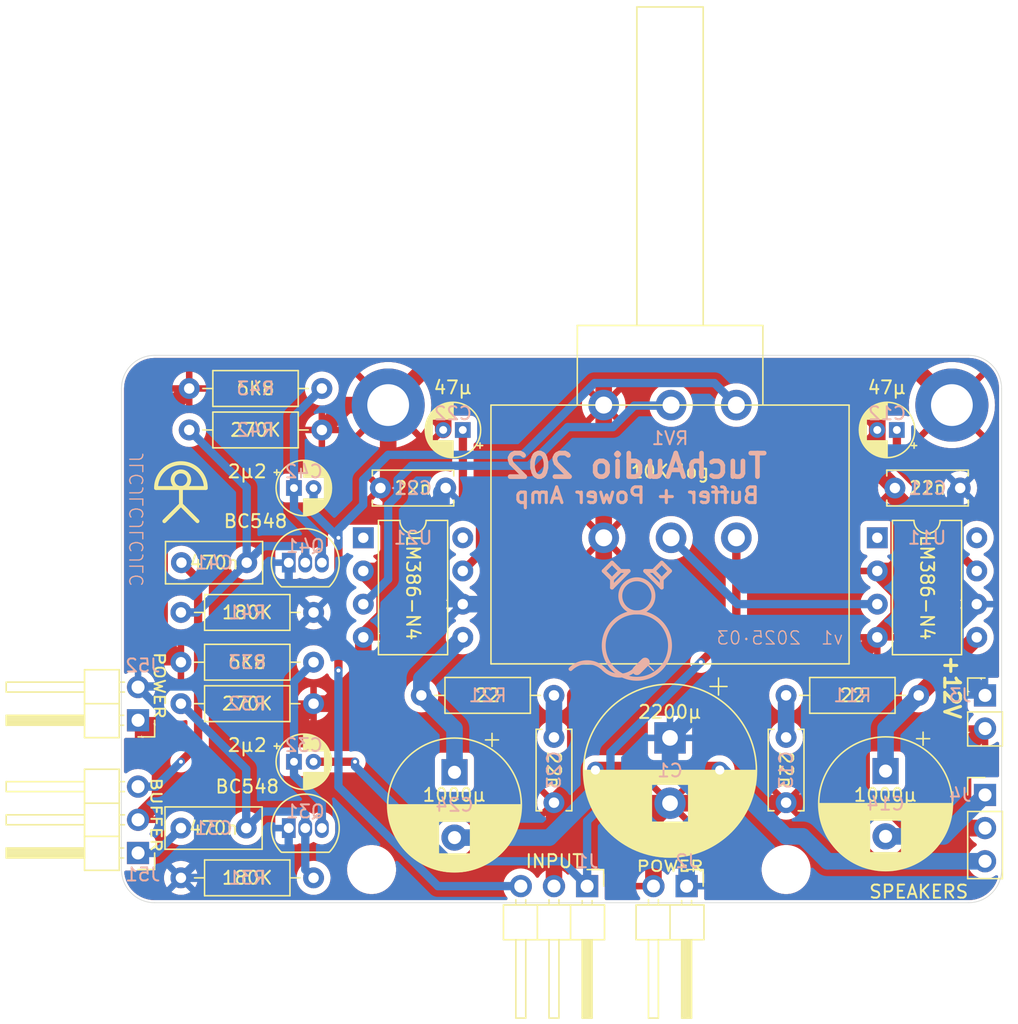
<source format=kicad_pcb>
(kicad_pcb (version 20240108) (generator "pcbnew") (generator_version "8.0")
  (layers (0 "F.Cu" signal) (31 "B.Cu" signal) (34 "B.Paste" user) (35 "F.Paste" user) (36 "B.SilkS" user "B.Silkscreen") (37 "F.SilkS" user "F.Silkscreen") (38 "B.Mask" user) (39 "F.Mask" user) (44 "Edge.Cuts" user))
  (net 0 "")
  (net 1 "+12V")
  (net 2 "GND")
  (net 3 "/BY")
  (net 4 "/ZN")
  (net 5 "/OUT")
  (net 6 "/LS")
  (net 7 "/BY'")
  (net 8 "/ZN'")
  (net 9 "/OUT'")
  (net 10 "/LS'")
  (net 11 "/IN")
  (net 12 "/BIAS")
  (net 13 "/B_E")
  (net 14 "/PRE'")
  (net 15 "/BIAS'")
  (net 16 "/IN'")
  (net 17 "/PRE")
  (net 18 "/B_E'")
  (net 19 "/VOL'")
  (net 20 "/VOL")
  (footprint "Capacitor_THT:C_Rect_L7.2mm_W3.0mm_P5.00mm_FKS2_FKP2_MKS2_MKP2" (layer "F.Cu") (at 32.385 61.595)
    (property "Reference" "C31")
    (property "Value" "470n")
  )
  (footprint "Capacitor_THT:C_Disc_D6.0mm_W2.5mm_P5.00mm" (layer "F.Cu") (at 78.74 54.65 -90)
    (property "Reference" "C13")
    (property "Value" "22n")
  )
  (footprint "Connector_PinHeader_2.54mm:PinHeader_1x02_P2.54mm_Horizontal" (layer "F.Cu") (at 29.101051 53.34 180)
    (property "Reference" "J52")
    (property "Value" "POWER")
  )
  (footprint "Capacitor_THT:CP_Radial_D4.0mm_P1.50mm" (layer "F.Cu") (at 87.225 31.115 180)
    (property "Reference" "C12")
    (property "Value" "47µ")
  )
  (footprint "Capacitor_THT:C_Rect_L7.2mm_W3.0mm_P5.00mm_FKS2_FKP2_MKS2_MKP2" (layer "F.Cu") (at 32.425 41.275)
    (property "Reference" "C41")
    (property "Value" "470n")
  )
  (footprint "Capacitor_THT:CP_Radial_D4.0mm_P1.50mm" (layer "F.Cu") (at 41.045 35.56)
    (property "Reference" "C42")
    (property "Value" "2µ2")
  )
  (footprint "MountingHole:MountingHole_3.2mm_M3" (layer "F.Cu") (at 78.74 64.77)
    (property "Reference" "H4" (hide yes))
    (property "Value" "MountingHole" (hide yes))
  )
  (footprint "Connector_PinHeader_2.54mm:PinHeader_1x03_P2.54mm_Horizontal" (layer "F.Cu") (at 29.101051 63.5 180)
    (property "Reference" "J51")
    (property "Value" "BUFFER")
  )
  (footprint "Connector_PinHeader_2.54mm:PinHeader_1x02_P2.54mm_Horizontal" (layer "F.Cu") (at 71.12 66.04 -90)
    (property "Reference" "J2")
    (property "Value" "POWER")
  )
  (footprint "Connector_PinHeader_2.54mm:PinHeader_1x03_P2.54mm_Vertical" (layer "F.Cu") (at 93.98 59.055)
    (property "Reference" "J4")
    (property "Value" "SPEAKERS")
  )
  (footprint "Capacitor_THT:CP_Radial_D10.0mm_P5.00mm" (layer "F.Cu") (at 53.34 57.322323 -90)
    (property "Reference" "C24")
    (property "Value" "1000µ")
  )
  (footprint "Resistor_THT:R_Axial_DIN0207_L6.3mm_D2.5mm_P10.16mm_Horizontal" (layer "F.Cu") (at 88.9 51.435 180)
    (property "Reference" "R11")
    (property "Value" "22")
  )
  (footprint "Resistor_THT:R_Axial_DIN0207_L6.3mm_D2.5mm_P10.16mm_Horizontal" (layer "F.Cu") (at 32.385 52.07)
    (property "Reference" "R32")
    (property "Value" "270K")
  )
  (footprint "Capacitor_THT:CP_Radial_D10.0mm_P5.00mm" (layer "F.Cu") (at 86.36 57.23 -90)
    (property "Reference" "C14")
    (property "Value" "1000µ")
  )
  (footprint "Resistor_THT:R_Axial_DIN0207_L6.3mm_D2.5mm_P10.16mm_Horizontal" (layer "F.Cu") (at 43.18 27.94 180)
    (property "Reference" "R43")
    (property "Value" "6K8")
  )
  (footprint "Capacitor_THT:CP_Radial_D13.0mm_P5.00mm" (layer "F.Cu") (at 69.85 54.69 -90)
    (property "Reference" "C1")
    (property "Value" "2200µ")
  )
  (footprint "durango:Potentiometer_Alps_225G_Dual_Horizontal" (layer "F.Cu") (at 74.93 34.29 90)
    (property "Reference" "RV1")
    (property "Value" "10K log")
  )
  (footprint "Capacitor_THT:CP_Radial_D4.0mm_P1.50mm" (layer "F.Cu") (at 41.045 56.515)
    (property "Reference" "C32")
    (property "Value" "2µ2")
  )
  (footprint "Capacitor_THT:CP_Radial_D4.0mm_P1.50mm" (layer "F.Cu") (at 53.975 31.115 180)
    (property "Reference" "C22")
    (property "Value" "47µ")
  )
  (footprint "Resistor_THT:R_Axial_DIN0207_L6.3mm_D2.5mm_P10.16mm_Horizontal" (layer "F.Cu") (at 32.385 65.405)
    (property "Reference" "R31")
    (property "Value" "180K")
  )
  (footprint "Package_TO_SOT_THT:TO-92_Inline" (layer "F.Cu") (at 40.64 41.275)
    (property "Reference" "Q41")
    (property "Value" "BC548")
  )
  (footprint "Resistor_THT:R_Axial_DIN0207_L6.3mm_D2.5mm_P10.16mm_Horizontal" (layer "F.Cu") (at 50.8 51.435)
    (property "Reference" "R21")
    (property "Value" "22")
  )
  (footprint "MountingHole:MountingHole_3.2mm_M3" (layer "F.Cu") (at 46.99 64.77)
    (property "Reference" "H3" (hide yes))
    (property "Value" "MountingHole" (hide yes))
  )
  (footprint "Capacitor_THT:C_Disc_D6.0mm_W2.5mm_P5.00mm" (layer "F.Cu") (at 60.96 54.65 -90)
    (property "Reference" "C23")
    (property "Value" "22n")
  )
  (footprint "Capacitor_THT:C_Disc_D6.0mm_W2.5mm_P5.00mm" (layer "F.Cu") (at 47.665 35.56)
    (property "Reference" "C21")
    (property "Value" "22n")
  )
  (footprint "Resistor_THT:R_Axial_DIN0207_L6.3mm_D2.5mm_P10.16mm_Horizontal" (layer "F.Cu") (at 33.02 31.115)
    (property "Reference" "R42")
    (property "Value" "270K")
  )
  (footprint "Package_TO_SOT_THT:TO-92_Inline" (layer "F.Cu") (at 40.64 61.595)
    (property "Reference" "Q31")
    (property "Value" "BC548")
  )
  (footprint "Package_DIP:DIP-8_W7.62mm" (layer "F.Cu") (at 46.355 39.37)
    (property "Reference" "U21")
    (property "Value" "LM386-N4")
  )
  (footprint "Resistor_THT:R_Axial_DIN0207_L6.3mm_D2.5mm_P10.16mm_Horizontal" (layer "F.Cu") (at 42.545 48.895 180)
    (property "Reference" "R33")
    (property "Value" "6K8")
  )
  (footprint "MountingHole:MountingHole_3.2mm_M3_DIN965_Pad" (layer "F.Cu") (at 91.44 29.21)
    (property "Reference" "H2" (hide yes))
    (property "Value" "MountingHole_Pad" (hide yes))
  )
  (footprint "Capacitor_THT:C_Disc_D6.0mm_W2.5mm_P5.00mm" (layer "F.Cu") (at 87.075 35.56)
    (property "Reference" "C11")
    (property "Value" "22n")
  )
  (footprint "MountingHole:MountingHole_3.2mm_M3_DIN965_Pad" (layer "F.Cu") (at 48.26 29.21)
    (property "Reference" "H1" (hide yes))
    (property "Value" "MountingHole_Pad" (hide yes))
  )
  (footprint "Connector_PinHeader_2.54mm:PinHeader_1x02_P2.54mm_Vertical" (layer "F.Cu") (at 93.98 51.435)
    (property "Reference" "J3")
    (property "Value" "+12V")
  )
  (footprint "Package_DIP:DIP-8_W7.62mm" (layer "F.Cu") (at 85.725 39.37)
    (property "Reference" "U11")
    (property "Value" "LM386-N4")
  )
  (footprint "Resistor_THT:R_Axial_DIN0207_L6.3mm_D2.5mm_P10.16mm_Horizontal" (layer "F.Cu") (at 42.545 45.085 180)
    (property "Reference" "R41")
    (property "Value" "180K")
  )
  (footprint "Connector_PinHeader_2.54mm:PinHeader_1x03_P2.54mm_Horizontal" (layer "F.Cu") (at 63.5 66.04 -90)
    (property "Reference" "J1")
    (property "Value" "INPUT")
  )
  (gr_arc (start 67.256746 49.365356) (mid 66.025276 49.924607) (end 64.77 49.421051) (stroke (width 0.3)) (layer "B.SilkS"))
  (gr_line (start 65.405 43.18) (end 66.675 41.91) (stroke (width 0.3)) (layer "B.SilkS"))
  (gr_line (start 69.215 42.545) (end 69.85 41.91) (stroke (width 0.3)) (layer "B.SilkS"))
  (gr_line (start 67.945 41.91) (end 68.58 42.545) (stroke (width 0.3)) (layer "B.SilkS"))
  (gr_line (start 67.945 48.895) (end 68.58 49.53) (stroke (width 0.1)) (layer "B.SilkS"))
  (gr_circle (center 67.31 47.625) (end 69.85 47.625) (stroke (width 0.3)) (fill none) (layer "B.SilkS"))
  (gr_line (start 64.77 41.91) (end 65.405 41.275) (stroke (width 0.3)) (layer "B.SilkS"))
  (gr_line (start 65.405 41.275) (end 66.04 41.91) (stroke (width 0.3)) (layer "B.SilkS"))
  (gr_line (start 68.58 41.91) (end 69.215 42.545) (stroke (width 0.3)) (layer "B.SilkS"))
  (gr_line (start 65.405 42.545) (end 65.405 43.18) (stroke (width 0.3)) (layer "B.SilkS"))
  (gr_circle (center 67.31 43.815) (end 68.58 43.815) (stroke (width 0.3)) (fill none) (layer "B.SilkS"))
  (gr_line (start 69.215 41.275) (end 68.58 41.91) (stroke (width 0.3)) (layer "B.SilkS"))
  (gr_line (start 65.405 42.545) (end 64.77 41.91) (stroke (width 0.3)) (layer "B.SilkS"))
  (gr_line (start 69.215 43.18) (end 69.215 42.545) (stroke (width 0.3)) (layer "B.SilkS"))
  (gr_line (start 67.31 49.53) (end 67.945 48.895) (stroke (width 0.7) (type dash_dot_dot)) (layer "B.SilkS"))
  (gr_line (start 66.04 41.91) (end 65.405 42.545) (stroke (width 0.3)) (layer "B.SilkS"))
  (gr_line (start 69.85 41.91) (end 69.215 41.275) (stroke (width 0.3)) (layer "B.SilkS"))
  (gr_line (start 66.675 41.91) (end 66.04 41.91) (stroke (width 0.3)) (layer "B.SilkS"))
  (gr_line (start 68.58 41.91) (end 67.945 41.91) (stroke (width 0.3)) (layer "B.SilkS"))
  (gr_line (start 68.58 42.545) (end 69.215 43.18) (stroke (width 0.3)) (layer "B.SilkS"))
  (gr_arc (start 62.23 49.421051) (mid 63.5 48.895) (end 64.77 49.421051) (stroke (width 0.3)) (layer "B.SilkS"))
  (gr_arc (start 30.48 35.56) (mid 32.385 33.655) (end 34.29 35.56) (stroke (width 0.3)) (layer "F.SilkS"))
  (gr_line (start 30.48 35.56) (end 34.29 35.56) (stroke (width 0.3)) (layer "F.SilkS"))
  (gr_line (start 32.385 35.56) (end 32.385 36.83) (stroke (width 0.3)) (layer "F.SilkS"))
  (gr_line (start 32.385 36.83) (end 31.115 38.1) (stroke (width 0.3)) (layer "F.SilkS"))
  (gr_circle (center 32.385 34.925) (end 33.02 34.925) (stroke (width 0.3)) (fill none) (layer "F.SilkS"))
  (gr_line (start 32.385 36.83) (end 33.655 38.1) (stroke (width 0.3)) (layer "F.SilkS"))
  (gr_line (start 27.831051 64.77) (end 27.831051 27.94) (stroke (width 0.05)) (layer "Edge.Cuts"))
  (gr_arc (start 30.371051 67.31) (mid 28.575 66.566051) (end 27.831051 64.77) (stroke (width 0.05)) (layer "Edge.Cuts"))
  (gr_arc (start 95.25 64.77) (mid 94.506051 66.566051) (end 92.71 67.31) (stroke (width 0.05)) (layer "Edge.Cuts"))
  (gr_arc (start 27.831051 27.94) (mid 28.575 26.143949) (end 30.371051 25.4) (stroke (width 0.05)) (layer "Edge.Cuts"))
  (gr_line (start 92.71 67.31) (end 30.371051 67.31) (stroke (width 0.05)) (layer "Edge.Cuts"))
  (gr_arc (start 92.71 25.4) (mid 94.506051 26.143949) (end 95.25 27.94) (stroke (width 0.05)) (layer "Edge.Cuts"))
  (gr_line (start 95.25 27.94) (end 95.25 64.77) (stroke (width 0.05)) (layer "Edge.Cuts"))
  (gr_line (start 30.371051 25.4) (end 92.71 25.4) (stroke (width 0.05)) (layer "Edge.Cuts"))
  (gr_text "v1  2025·03" (at 83.185 47.625 0) (layer "B.SilkS") (effects (font (size 1 1) (thickness 0.1)) (justify left bottom mirror)))
  (gr_text "Buffer + Power Amp" (at 67.31 36.83 0) (layer "B.SilkS") (effects (font (size 1.2 1.2) (thickness 0.24) (bold yes)) (justify bottom mirror)))
  (gr_text "TuchAudio 202" (at 77.47 34.925 0) (layer "B.SilkS") (effects (font (size 1.8 1.8) (thickness 0.36) (bold yes)) (justify left bottom mirror)))
  (gr_text "JLCJLCJLCJLC" (at 29.591 32.766 90) (layer "B.SilkS") (effects (font (size 1 1) (thickness 0.1)) (justify left bottom mirror)))
  (segment (start 29.101051 50.8) (end 33.7025 55.401449) (width 0.635) (layer "B.Cu") (net 1))
  (segment (start 75.375 49.165) (end 70.66 44.45) (width 1.27) (layer "B.Cu") (net 1))
  (segment (start 29.148551 50.7525) (end 36.8775 50.7525) (width 0.635) (layer "B.Cu") (net 1))
  (segment (start 91.71 35.925) (end 92.075 35.56) (width 1.27) (layer "B.Cu") (net 1))
  (segment (start 33.7025 64.0875) (end 32.385 65.405) (width 0.635) (layer "B.Cu") (net 1))
  (segment (start 52.34 35.885) (end 52.665 35.56) (width 1.27) (layer "B.Cu") (net 1))
  (segment (start 71.12 61.725) (end 71.885 60.96) (width 1.27) (layer "B.Cu") (net 1))
  (segment (start 42.545 45.085) (end 45.7675 48.3075) (width 0.635) (layer "B.Cu") (net 1))
  (segment (start 91.71 42.815) (end 91.71 35.925) (width 1.27) (layer "B.Cu") (net 1))
  (segment (start 42.545 45.085) (end 40.64 43.18) (width 0.635) (layer "B.Cu") (net 1))
  (segment (start 69.85 54.69) (end 69.85 56.812075) (width 1.27) (layer "B.Cu") (net 1))
  (segment (start 69.85 56.812075) (end 71.885 58.847075) (width 1.27) (layer "B.Cu") (net 1))
  (segment (start 52.34 42.815) (end 52.34 35.885) (width 1.27) (layer "B.Cu") (net 1))
  (segment (start 70.66 44.45) (end 53.975 44.45) (width 1.27) (layer "B.Cu") (net 1))
  (segment (start 75.375 49.165) (end 69.85 54.69) (width 1.27) (layer "B.Cu") (net 1))
  (segment (start 71.885 58.847075) (end 71.885 60.96) (width 1.27) (layer "B.Cu") (net 1))
  (segment (start 71.12 66.04) (end 71.12 61.725) (width 1.27) (layer "B.Cu") (net 1))
  (segment (start 93.98 51.435) (end 91.71 49.165) (width 1.27) (layer "B.Cu") (net 1))
  (segment (start 91.71 46.085) (end 93.345 44.45) (width 1.27) (layer "B.Cu") (net 1))
  (segment (start 91.71 49.165) (end 75.375 49.165) (width 1.27) (layer "B.Cu") (net 1))
  (segment (start 91.71 49.165) (end 91.71 46.085) (width 1.27) (layer "B.Cu") (net 1))
  (segment (start 93.345 44.45) (end 91.71 42.815) (width 1.27) (layer "B.Cu") (net 1))
  (segment (start 36.8775 50.7525) (end 42.545 45.085) (width 0.635) (layer "B.Cu") (net 1))
  (segment (start 45.7675 48.3075) (end 50.1175 48.3075) (width 0.635) (layer "B.Cu") (net 1))
  (segment (start 40.64 43.18) (end 40.64 41.275) (width 0.635) (layer "B.Cu") (net 1))
  (segment (start 40.64 61.595) (end 40.64 63.5) (width 0.635) (layer "B.Cu") (net 1))
  (segment (start 53.975 44.45) (end 52.34 42.815) (width 1.27) (layer "B.Cu") (net 1))
  (segment (start 40.64 63.5) (end 38.735 65.405) (width 0.635) (layer "B.Cu") (net 1))
  (segment (start 33.7025 55.401449) (end 33.7025 64.0875) (width 0.635) (layer "B.Cu") (net 1))
  (segment (start 50.1175 48.3075) (end 53.975 44.45) (width 0.635) (layer "B.Cu") (net 1))
  (segment (start 38.735 65.405) (end 32.385 65.405) (width 0.635) (layer "B.Cu") (net 1))
  (segment (start 29.101051 50.8) (end 29.148551 50.7525) (width 0.635) (layer "B.Cu") (net 1))
  (segment (start 43.67637 52.07) (end 42.545 52.07) (width 1.27) (layer "F.Cu") (net 2))
  (segment (start 69.85 59.69) (end 78.7 59.69) (width 1.27) (layer "F.Cu") (net 2))
  (segment (start 93.98 61.595) (end 92.777919 61.595) (width 1.27) (layer "F.Cu") (net 2))
  (segment (start 47.99 45.355) (end 46.355 46.99) (width 1.27) (layer "F.Cu") (net 2))
  (segment (start 85.725 46.99) (end 84.525 48.19) (width 1.27) (layer "F.Cu") (net 2))
  (segment (start 61 59.69) (end 60.96 59.65) (width 1.27) (layer "F.Cu") (net 2))
  (segment (start 92.295 55.66) (end 93.98 53.975) (width 1.27) (layer "F.Cu") (net 2))
  (segment (start 46.355 49.39137) (end 43.67637 52.07) (width 1.27) (layer "F.Cu") (net 2))
  (segment (start 52.07 26.535) (end 64.77 26.535) (width 1.27) (layer "F.Cu") (net 2))
  (segment (start 68.58 66.04) (end 68.58 60.96) (width 1.27) (layer "F.Cu") (net 2))
  (segment (start 46.355 41.91) (end 47.99 43.545) (width 1.27) (layer "F.Cu") (net 2))
  (segment (start 87.36 36.56) (end 87.36 41.40637) (width 1.27) (layer "F.Cu") (net 2))
  (segment (start 47.99 43.545) (end 47.99 45.355) (width 1.27) (layer "F.Cu") (net 2))
  (segment (start 30.75 38.1) (end 30.75 30.21) (width 1.27) (layer "F.Cu") (net 2))
  (segment (start 48.464999 38.1) (end 48.464999 40.931371) (width 1.27) (layer "F.Cu") (net 2))
  (segment (start 62.595 51.435) (end 64.77 49.26) (width 1.27) (layer "F.Cu") (net 2))
  (segment (start 87.36 41.40637) (end 86.85637 41.91) (width 1.27) (layer "F.Cu") (net 2))
  (segment (start 87.36 45.355) (end 85.725 46.99) (width 1.27) (layer "F.Cu") (net 2))
  (segment (start 46.355 46.99) (end 46.355 49.39137) (width 1.27) (layer "F.Cu") (net 2))
  (segment (start 85.725 34.21) (end 87.075 35.56) (width 1.27) (layer "F.Cu") (net 2))
  (segment (start 85.725 41.91) (end 87.36 43.545) (width 1.27) (layer "F.Cu") (net 2))
  (segment (start 64.77 26.535) (end 85.09 26.535) (width 1.27) (layer "F.Cu") (net 2))
  (segment (start 35.34 59.275) (end 30.786051 59.275) (width 1.27) (layer "F.Cu") (net 2))
  (segment (start 85.725 26.535) (end 88.765 26.535) (width 1.27) (layer "F.Cu") (net 2))
  (segment (start 47.48637 41.91) (end 46.355 41.91) (width 1.27) (layer "F.Cu") (net 2))
  (segment (start 60.96 59.65) (end 60.96 66.04) (width 1.27) (layer "F.Cu") (net 2))
  (segment (start 86.375082 59.65) (end 88.320082 61.595) (width 1.27) (layer "F.Cu") (net 2))
  (segment (start 45.085 29.21) (end 43.18 31.115) (width 1.27) (layer "F.Cu") (net 2))
  (segment (start 48.464999 36.359999) (end 48.464999 38.1) (width 1.27) (layer "F.Cu") (net 2))
  (segment (start 47.665 35.56) (end 48.464999 36.359999) (width 1.27) (layer "F.Cu") (net 2))
  (segment (start 29.101051 53.34) (end 30.786051 55.025) (width 1.27) (layer "F.Cu") (net 2))
  (segment (start 88.765 26.535) (end 91.44 29.21) (width 1.27) (layer "F.Cu") (net 2))
  (segment (start 84.525 48.19) (end 84.525 59.085) (width 1.27) (layer "F.Cu") (net 2))
  (segment (start 50.935 26.535) (end 52.07 26.535) (width 1.27) (layer "F.Cu") (net 2))
  (segment (start 92.295 61.112081) (end 92.295 55.66) (width 1.27) (layer "F.Cu") (net 2))
  (segment (start 52.475 31.115) (end 52.475 26.94) (width 1.27) (layer "F.Cu") (net 2))
  (segment (start 32.385 48.895) (end 30.75 47.26) (width 1.27) (layer "F.Cu") (net 2))
  (segment (start 30.786051 55.025) (end 30.786051 59.275) (width 1.27) (layer "F.Cu") (net 2))
  (segment (start 92.777919 61.595) (end 92.295 61.112081) (width 1.27) (layer "F.Cu") (net 2))
  (segment (start 48.26 29.21) (end 48.26 34.965) (width 1.27) (layer "F.Cu") (net 2))
  (segment (start 52.475 26.94) (end 52.07 26.535) (width 1.27) (layer "F.Cu") (net 2))
  (segment (start 64.77 26.535) (end 64.77 39.37) (width 1.27) (layer "F.Cu") (net 2))
  (segment (start 48.26 29.21) (end 50.935 26.535) (width 1.27) (layer "F.Cu") (net 2))
  (segment (start 64.77 59.69) (end 61 59.69) (width 1.27) (layer "F.Cu") (net 2))
  (segment (start 30.786051 59.275) (end 29.101051 60.96) (width 1.27) (layer "F.Cu") (net 2))
  (segment (start 88.320082 61.595) (end 93.98 61.595) (width 1.27) (layer "F.Cu") (net 2))
  (segment (start 31.115 37.735) (end 30.75 38.1) (width 1.27) (layer "F.Cu") (net 2))
  (segment (start 60.96 59.65) (end 62.595 58.015) (width 1.27) (layer "F.Cu") (net 2))
  (segment (start 30.75 47.26) (end 30.75 38.1) (width 1.27) (layer "F.Cu") (net 2))
  (segment (start 48.464999 38.1) (end 48.099999 37.735) (width 1.27) (layer "F.Cu") (net 2))
  (segment (start 48.464999 40.931371) (end 47.48637 41.91) (width 1.27) (layer "F.Cu") (net 2))
  (segment (start 62.595 58.015) (end 62.595 51.435) (width 1.27) (layer "F.Cu") (net 2))
  (segment (start 48.26 29.21) (end 45.085 29.21) (width 1.27) (layer "F.Cu") (net 2))
  (segment (start 87.36 43.545) (end 87.36 45.355) (width 1.27) (layer "F.Cu") (net 2))
  (segment (start 64.77 49.26) (end 64.77 39.37) (width 1.27) (layer "F.Cu") (net 2))
  (segment (start 30.75 30.21) (end 33.02 27.94) (width 1.27) (layer "F.Cu") (net 2))
  (segment (start 85.09 59.65) (end 86.375082 59.65) (width 1.27) (layer "F.Cu") (net 2))
  (segment (start 48.099999 37.735) (end 31.115 37.735) (width 1.27) (layer "F.Cu") (net 2))
  (segment (start 69.85 59.69) (end 64.77 59.69) (width 1.27) (layer "F.Cu") (net 2))
  (segment (start 85.09 26.535) (end 85.725 26.535) (width 1.27) (layer "F.Cu") (net 2))
  (segment (start 78.74 59.65) (end 85.09 59.65) (width 1.27) (layer "F.Cu") (net 2))
  (segment (start 85.725 31.115) (end 85.725 26.535) (width 1.27) (layer "F.Cu") (net 2))
  (segment (start 85.725 31.115) (end 85.725 34.21) (width 1.27) (layer "F.Cu") (net 2))
  (segment (start 48.26 34.965) (end 47.665 35.56) (width 1.27) (layer "F.Cu") (net 2))
  (segment (start 78.7 59.69) (end 78.74 59.65) (width 1.27) (layer "F.Cu") (net 2))
  (segment (start 87.075 35.56) (end 87.075 36.275) (width 1.27) (layer "F.Cu") (net 2))
  (segment (start 84.525 59.085) (end 85.09 59.65) (width 1.27) (layer "F.Cu") (net 2))
  (segment (start 87.075 36.275) (end 87.36 36.56) (width 1.27) (layer "F.Cu") (net 2))
  (segment (start 68.58 60.96) (end 69.85 59.69) (width 1.27) (layer "F.Cu") (net 2))
  (segment (start 42.545 52.07) (end 35.34 59.275) (width 1.27) (layer "F.Cu") (net 2))
  (segment (start 86.85637 41.91) (end 85.725 41.91) (width 1.27) (layer "F.Cu") (net 2))
  (segment (start 87.225 33.846773) (end 87.225 31.115) (width 0.635) (layer "F.Cu") (net 3))
  (segment (start 93.345 41.91) (end 89.535 38.1) (width 0.635) (layer "F.Cu") (net 3))
  (segment (start 89.535 36.156773) (end 87.225 33.846773) (width 0.635) (layer "F.Cu") (net 3))
  (segment (start 89.535 38.1) (end 89.535 36.156773) (width 0.635) (layer "F.Cu") (net 3))
  (segment (start 78.74 54.65) (end 78.74 51.435) (width 1.27) (layer "B.Cu") (net 4))
  (segment (start 88.9 51.435) (end 93.345 46.99) (width 1.27) (layer "F.Cu") (net 5))
  (segment (start 86.36 53.975) (end 88.9 51.435) (width 1.27) (layer "B.Cu") (net 5))
  (segment (start 86.36 57.23) (end 86.36 53.975) (width 1.27) (layer "B.Cu") (net 5))
  (segment (start 90.805 62.23) (end 86.36 62.23) (width 1.27) (layer "B.Cu") (net 6))
  (segment (start 93.98 59.055) (end 90.805 62.23) (width 1.27) (layer "B.Cu") (net 6))
  (segment (start 53.9825 36.8225) (end 53.9825 31.1225) (width 0.635) (layer "F.Cu") (net 7))
  (segment (start 53.9825 31.1225) (end 53.975 31.115) (width 0.635) (layer "F.Cu") (net 7))
  (segment (start 55.2925 38.1475) (end 53.975 36.83) (width 0.635) (layer "F.Cu") (net 7))
  (segment (start 53.975 41.91) (end 55.2925 40.5925) (width 0.635) (layer "F.Cu") (net 7))
  (segment (start 55.2925 40.5925) (end 55.2925 38.1475) (width 0.635) (layer "F.Cu") (net 7))
  (segment (start 53.975 36.83) (end 53.9825 36.8225) (width 0.635) (layer "F.Cu") (net 7))
  (segment (start 60.96 54.65) (end 60.96 51.435) (width 1.27) (layer "B.Cu") (net 8))
  (segment (start 50.8 50.165) (end 53.975 46.99) (width 1.27) (layer "B.Cu") (net 9))
  (segment (start 53.34 53.975) (end 50.8 51.435) (width 1.27) (layer "B.Cu") (net 9))
  (segment (start 50.8 51.435) (end 50.8 50.165) (width 1.27) (layer "B.Cu") (net 9))
  (segment (start 53.34 57.322323) (end 53.34 53.975) (width 1.27) (layer "B.Cu") (net 9))
  (segment (start 73.66 57.15) (end 64.135 57.15) (width 1.27) (layer "F.Cu") (net 10))
  (via (at 64.135 57.15) (size 1) (drill 0.7) (layers "F.Cu" "B.Cu") (net 10))
  (via (at 73.66 57.15) (size 1) (drill 0.7) (layers "F.Cu" "B.Cu") (net 10))
  (segment (start 53.34 62.322323) (end 60.599917 62.322323) (width 1.27) (layer "B.Cu") (net 10))
  (segment (start 80.01 62.23) (end 78.74 62.23) (width 1.27) (layer "B.Cu") (net 10))
  (segment (start 78.74 62.23) (end 73.66 57.15) (width 1.27) (layer "B.Cu") (net 10))
  (segment (start 64.135 58.78724) (end 64.135 57.15) (width 1.27) (layer "B.Cu") (net 10))
  (segment (start 93.98 64.135) (end 81.915 64.135) (width 1.27) (layer "B.Cu") (net 10))
  (segment (start 81.915 64.135) (end 80.01 62.23) (width 1.27) (layer "B.Cu") (net 10))
  (segment (start 60.599917 62.322323) (end 64.135 58.78724) (width 1.27) (layer "B.Cu") (net 10))
  (segment (start 30.48 63.5) (end 32.385 61.595) (width 0.635) (layer "B.Cu") (net 11))
  (segment (start 29.101051 63.5) (end 30.48 63.5) (width 0.635) (layer "B.Cu") (net 11))
  (segment (start 38.6525 60.3275) (end 37.385 61.595) (width 0.635) (layer "B.Cu") (net 12))
  (segment (start 41.91 61.595) (end 41.91 64.77) (width 0.635) (layer "B.Cu") (net 12))
  (segment (start 41.6825 60.3275) (end 38.6525 60.3275) (width 0.635) (layer "B.Cu") (net 12))
  (segment (start 41.91 64.77) (end 42.545 65.405) (width 0.635) (layer "B.Cu") (net 12))
  (segment (start 37.385 57.07) (end 37.385 61.595) (width 0.635) (layer "B.Cu") (net 12))
  (segment (start 32.385 52.07) (end 37.385 57.07) (width 0.635) (layer "B.Cu") (net 12))
  (segment (start 41.91 60.555) (end 41.6825 60.3275) (width 0.635) (layer "B.Cu") (net 12))
  (segment (start 41.91 61.595) (end 41.91 60.555) (width 0.635) (layer "B.Cu") (net 12))
  (segment (start 43.18 59.69) (end 43.18 61.595) (width 0.635) (layer "B.Cu") (net 13))
  (segment (start 41.045 56.515) (end 41.045 57.555) (width 0.635) (layer "B.Cu") (net 13))
  (segment (start 41.045 56.515) (end 41.045 50.395) (width 0.635) (layer "B.Cu") (net 13))
  (segment (start 41.045 57.555) (end 43.18 59.69) (width 0.635) (layer "B.Cu") (net 13))
  (segment (start 41.045 50.395) (end 42.545 48.895) (width 0.635) (layer "B.Cu") (net 13))
  (segment (start 44.45 49.53) (end 44.45 39.37) (width 0.635) (layer "F.Cu") (net 14))
  (via (at 44.45 49.53) (size 0.6) (drill 0.3) (layers "F.Cu" "B.Cu") (net 14))
  (via (at 44.45 39.37) (size 0.6) (drill 0.3) (layers "F.Cu" "B.Cu") (net 14))
  (segment (start 58.42 66.04) (end 52.07 66.04) (width 0.635) (layer "B.Cu") (net 14))
  (segment (start 46.355 34.925) (end 46.3475 34.9325) (width 0.635) (layer "B.Cu") (net 14))
  (segment (start 42.545 35.56) (end 42.545 37.465) (width 0.635) (layer "B.Cu") (net 14))
  (segment (start 64.071014 27.5225) (end 73.2425 27.5225) (width 0.635) (layer "B.Cu") (net 14))
  (segment (start 49.53 33.02) (end 58.573514 33.02) (width 0.635) (layer "B.Cu") (net 14))
  (segment (start 44.45 58.42) (end 44.45 49.53) (width 0.635) (layer "B.Cu") (net 14))
  (segment (start 46.3475 35.56) (end 46.3475 36.8375) (width 0.635) (layer "B.Cu") (net 14))
  (segment (start 46.3475 34.9325) (end 46.3475 35.56) (width 0.635) (layer "B.Cu") (net 14))
  (segment (start 58.573514 33.02) (end 64.071014 27.5225) (width 0.635) (layer "B.Cu") (net 14))
  (segment (start 52.07 66.04) (end 44.45 58.42) (width 0.635) (layer "B.Cu") (net 14))
  (segment (start 46.3475 36.8375) (end 44.45 38.735) (width 0.635) (layer "B.Cu") (net 14))
  (segment (start 73.2425 27.5225) (end 74.93 29.21) (width 0.635) (layer "B.Cu") (net 14))
  (segment (start 42.545 37.465) (end 44.45 39.37) (width 0.635) (layer "B.Cu") (net 14))
  (segment (start 48.26 33.02) (end 46.355 34.925) (width 0.635) (layer "B.Cu") (net 14))
  (segment (start 49.53 33.02) (end 48.26 33.02) (width 0.635) (layer "B.Cu") (net 14))
  (segment (start 44.45 38.735) (end 44.45 40.005) (width 0.635) (layer "B.Cu") (net 14))
  (segment (start 32.385 45.085) (end 33.615 45.085) (width 0.635) (layer "B.Cu") (net 15))
  (segment (start 38.6925 40.0075) (end 41.6825 40.0075) (width 0.635) (layer "B.Cu") (net 15))
  (segment (start 41.6825 40.0075) (end 41.91 40.235) (width 0.635) (layer "B.Cu") (net 15))
  (segment (start 37.425 41.275) (end 38.6925 40.0075) (width 0.635) (layer "B.Cu") (net 15))
  (segment (start 33.615 45.085) (end 37.425 41.275) (width 0.635) (layer "B.Cu") (net 15))
  (segment (start 37.425 35.52) (end 33.02 31.115) (width 0.635) (layer "B.Cu") (net 15))
  (segment (start 37.425 41.275) (end 37.425 35.52) (width 0.635) (layer "B.Cu") (net 15))
  (segment (start 41.91 40.235) (end 41.91 41.275) (width 0.635) (layer "B.Cu") (net 15))
  (segment (start 32.385 56.515) (end 33.7025 55.1975) (width 0.635) (layer "F.Cu") (net 16))
  (segment (start 33.7025 55.1975) (end 33.7025 42.5525) (width 0.635) (layer "F.Cu") (net 16))
  (segment (start 33.7025 42.5525) (end 32.425 41.275) (width 0.635) (layer "F.Cu") (net 16))
  (via (at 32.385 56.515) (size 0.6) (drill 0.3) (layers "F.Cu" "B.Cu") (net 16))
  (segment (start 30.48 58.42) (end 32.385 56.515) (width 0.635) (layer "B.Cu") (net 16))
  (segment (start 29.101051 58.42) (end 30.48 58.42) (width 0.635) (layer "B.Cu") (net 16))
  (segment (start 42.545 56.515) (end 45.72 56.515) (width 0.635) (layer "F.Cu") (net 17))
  (segment (start 74.93 46.175) (end 72.21 48.895) (width 0.635) (layer "F.Cu") (net 17))
  (segment (start 74.93 39.37) (end 74.93 46.175) (width 0.635) (layer "F.Cu") (net 17))
  (via (at 45.72 56.515) (size 0.6) (drill 0.3) (layers "F.Cu" "B.Cu") (net 17))
  (via (at 72.21 48.895) (size 0.6) (drill 0.3) (layers "F.Cu" "B.Cu") (net 17))
  (segment (start 65.2875 59.264622) (end 65.2875 55.8175) (width 0.635) (layer "B.Cu") (net 17))
  (segment (start 65.2875 55.8175) (end 72.21 48.895) (width 0.635) (layer "B.Cu") (net 17))
  (segment (start 45.72 56.515) (end 45.72 56.848393) (width 0.635) (layer "B.Cu") (net 17))
  (segment (start 63.5 61.052122) (end 65.2875 59.264622) (width 0.635) (layer "B.Cu") (net 17))
  (segment (start 63.5 66.04) (end 63.5 61.052122) (width 0.635) (layer "B.Cu") (net 17))
  (segment (start 61.595 64.135) (end 63.5 66.04) (width 0.635) (layer "B.Cu") (net 17))
  (segment (start 45.72 56.848393) (end 53.006607 64.135) (width 0.635) (layer "B.Cu") (net 17))
  (segment (start 53.006607 64.135) (end 61.595 64.135) (width 0.635) (layer "B.Cu") (net 17))
  (segment (start 43.18 39.37) (end 43.18 41.275) (width 0.635) (layer "B.Cu") (net 18))
  (segment (start 41.045 35.56) (end 41.045 37.235) (width 0.635) (layer "B.Cu") (net 18))
  (segment (start 41.045 30.075) (end 43.18 27.94) (width 0.635) (layer "B.Cu") (net 18))
  (segment (start 41.045 37.235) (end 43.18 39.37) (width 0.635) (layer "B.Cu") (net 18))
  (segment (start 41.045 35.56) (end 41.045 30.075) (width 0.635) (layer "B.Cu") (net 18))
  (segment (start 69.93 29.21) (end 69.89 29.25) (width 0.635) (layer "B.Cu") (net 19))
  (segment (start 48.26 42.545) (end 46.355 44.45) (width 0.635) (layer "B.Cu") (net 19))
  (segment (start 67.116486 29.25) (end 65.468986 30.8975) (width 0.635) (layer "B.Cu") (net 19))
  (segment (start 65.468986 30.8975) (end 62.0125 30.8975) (width 0.635) (layer "B.Cu") (net 19))
  (segment (start 50.0525 33.855) (end 48.9825 34.925) (width 0.635) (layer "B.Cu") (net 19))
  (segment (start 48.9825 36.1075) (end 48.26 36.83) (width 0.635) (layer "B.Cu") (net 19))
  (segment (start 59.055 33.855) (end 50.0525 33.855) (width 0.635) (layer "B.Cu") (net 19))
  (segment (start 62.0125 30.8975) (end 59.055 33.855) (width 0.635) (layer "B.Cu") (net 19))
  (segment (start 48.9825 34.925) (end 48.9825 36.1075) (width 0.635) (layer "B.Cu") (net 19))
  (segment (start 48.26 36.83) (end 48.26 42.545) (width 0.635) (layer "B.Cu") (net 19))
  (segment (start 69.89 29.25) (end 67.116486 29.25) (width 0.635) (layer "B.Cu") (net 19))
  (segment (start 75.01 44.45) (end 69.93 39.37) (width 0.635) (layer "B.Cu") (net 20))
  (segment (start 85.725 44.45) (end 75.01 44.45) (width 0.635) (layer "B.Cu") (net 20))
  (zone (net 2) (net_name "GND") (layer "F.Cu") (connect_pads (clearance 0.5)) (min_thickness 0.25) (fill yes (thermal_gap 0.5) (thermal_bridge_width 0.5))
    (polygon (pts (xy 26.67 24.13) (xy 96.52 24.13) (xy 96.52 68.58) (xy 26.67 68.58)))
  )
  (zone (net 1) (net_name "+12V") (layer "B.Cu") (priority 1) (connect_pads (clearance 0.5)) (min_thickness 0.25) (fill yes (thermal_gap 0.5) (thermal_bridge_width 0.5))
    (polygon (pts (xy 26.67 24.13) (xy 96.52 24.13) (xy 96.52 68.58) (xy 26.67 68.58)))
  )
)
</source>
